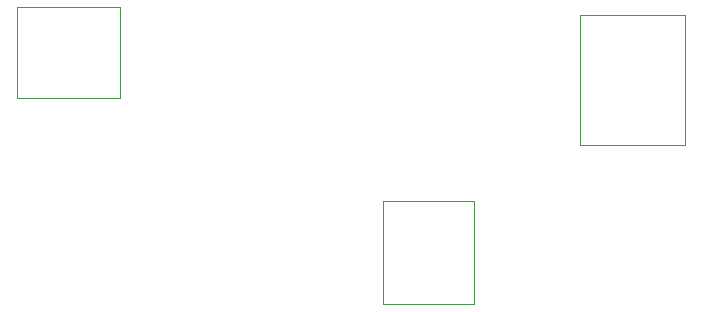
<source format=gbr>
%TF.GenerationSoftware,Altium Limited,Altium Designer,19.0.15 (446)*%
G04 Layer_Color=32896*
%FSLAX25Y25*%
%MOIN*%
%TF.FileFunction,Other,Mechanical_20*%
%TF.Part,Single*%
G01*
G75*
%TA.AperFunction,NonConductor*%
%ADD103C,0.00197*%
D103*
X169843Y75574D02*
X200157D01*
X169843Y41125D02*
Y75574D01*
Y41125D02*
X200157D01*
Y75574D01*
X235237Y137539D02*
X270284D01*
X235237Y94071D02*
Y137539D01*
Y94071D02*
X270284D01*
Y137539D01*
X47736Y109843D02*
X82185D01*
X47736D02*
Y140157D01*
X82185D01*
Y109843D02*
Y140157D01*
%TF.MD5,375329bbabff7fa5912a2b8aa1065724*%
M02*

</source>
